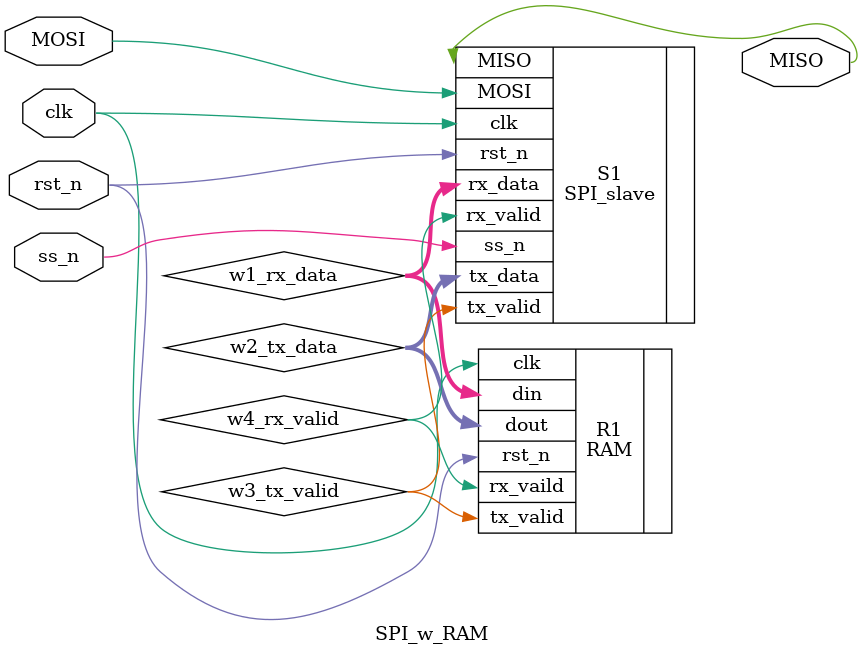
<source format=v>
module SPI_w_RAM #(
    parameter MEM_DEPTH = 256,
    parameter ADDR_SIZE = 8
)(
    output MISO,
    input MOSI,
    input rst_n , ss_n , clk
);

wire[9:0]w1_rx_data;
wire[7:0]w2_tx_data;
wire w3_tx_valid , w4_rx_valid;

//connecting modules

SPI_slave S1(
    .tx_data(w2_tx_data),
    .ss_n(ss_n),
    .rst_n(rst_n),
    .clk(clk),
    .tx_valid(w3_tx_valid),
    .MOSI(MOSI),
    .rx_data(w1_rx_data), 
    .rx_valid(w4_rx_valid),
    .MISO(MISO)
);

RAM #(
    .MEM_DEPTH(MEM_DEPTH),
    .ADDR_SIZE(ADDR_SIZE)
)R1(
    .din(w1_rx_data),
    .clk(clk),
    .rst_n(rst_n),
    .rx_vaild(w4_rx_valid),
    .dout(w2_tx_data),
    .tx_valid(w3_tx_valid)
);

endmodule
</source>
